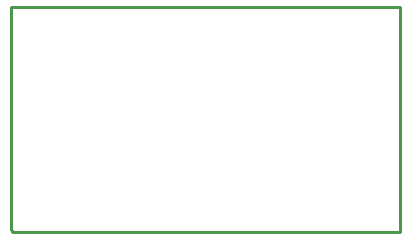
<source format=gko>
%FSLAX44Y44*%
%MOMM*%
G71*
G01*
G75*
%ADD10C,0.2032*%
%ADD11R,3.2000X2.0000*%
%ADD12R,1.2000X1.8000*%
%ADD13R,1.5000X1.3000*%
%ADD14R,1.3000X1.5000*%
%ADD15C,0.7620*%
%ADD16C,0.5080*%
%ADD17C,0.6350*%
%ADD18C,1.5000*%
%ADD19R,1.5000X1.5000*%
%ADD20C,4.0000*%
%ADD21C,0.2554*%
D21*
X876300Y913130D02*
X1193800D01*
Y722630D02*
Y913130D01*
X866140Y722630D02*
X1193800D01*
X864870Y723900D02*
X866140Y722630D01*
X864870Y723900D02*
Y913130D01*
X876300D01*
M02*

</source>
